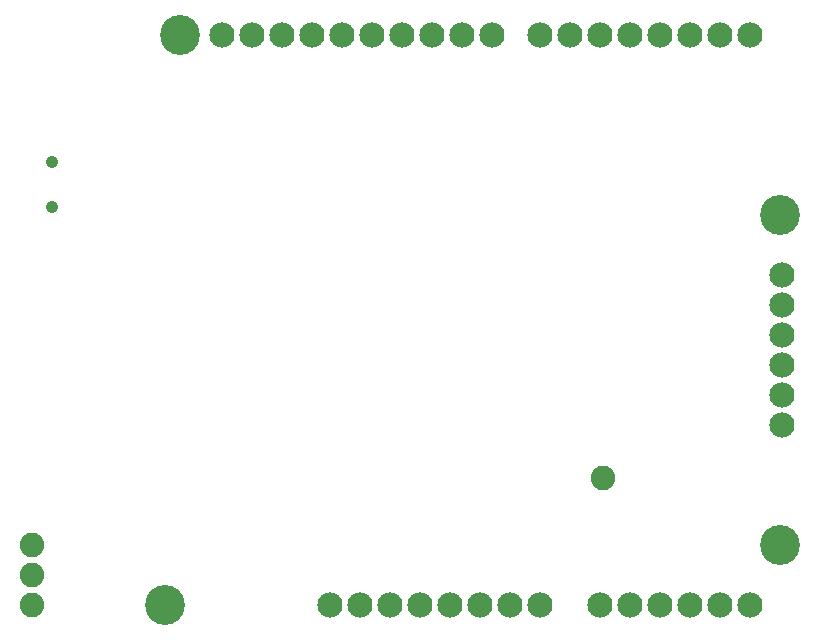
<source format=gbr>
G04 EAGLE Gerber RS-274X export*
G75*
%MOMM*%
%FSLAX34Y34*%
%LPD*%
%INBottom Soldermask*%
%IPPOS*%
%AMOC8*
5,1,8,0,0,1.08239X$1,22.5*%
G01*
%ADD10C,1.053200*%
%ADD11C,3.378200*%
%ADD12C,2.133600*%
%ADD13C,2.082800*%


D10*
X42320Y400000D03*
X42320Y362000D03*
D11*
X151000Y508000D03*
X659000Y355600D03*
X659000Y76200D03*
X138300Y25400D03*
D12*
X278000Y25400D03*
X303400Y25400D03*
X328800Y25400D03*
X354200Y25400D03*
X379600Y25400D03*
X405000Y25400D03*
X430400Y25400D03*
X455800Y25400D03*
X506600Y25400D03*
X532000Y25400D03*
X557400Y25400D03*
X582800Y25400D03*
X608200Y25400D03*
X633600Y25400D03*
X633600Y508000D03*
X608200Y508000D03*
X582800Y508000D03*
X557400Y508000D03*
X532000Y508000D03*
X506600Y508000D03*
X481200Y508000D03*
X455800Y508000D03*
X415160Y508000D03*
X389760Y508000D03*
X364360Y508000D03*
X338960Y508000D03*
X313560Y508000D03*
X288160Y508000D03*
X262760Y508000D03*
X237360Y508000D03*
X211960Y508000D03*
X186560Y508000D03*
X660400Y253500D03*
X660400Y304300D03*
X660400Y202700D03*
X660400Y278900D03*
X660400Y228100D03*
X660400Y177300D03*
D13*
X25400Y25400D03*
X25400Y50800D03*
X25400Y76200D03*
X509270Y132842D03*
M02*

</source>
